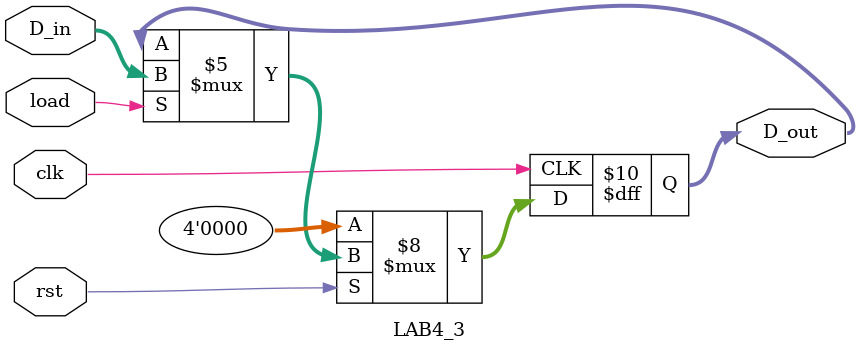
<source format=v>
module LAB4_3 (D_in, clk, rst,load, D_out);
input [3:0] D_in;
input clk, rst, load;
output reg [3:0] D_out;

initial begin
    D_out = 4'b0000;
end // 設定初始值

always @(posedge clk) begin
    if (!rst) begin
        D_out <= 4'b0000;
    end
    else if (load) begin
        D_out <= D_in;
    end
    else begin
        D_out <= D_out; // Hold the value
    end
end
endmodule //LAB4_3
</source>
